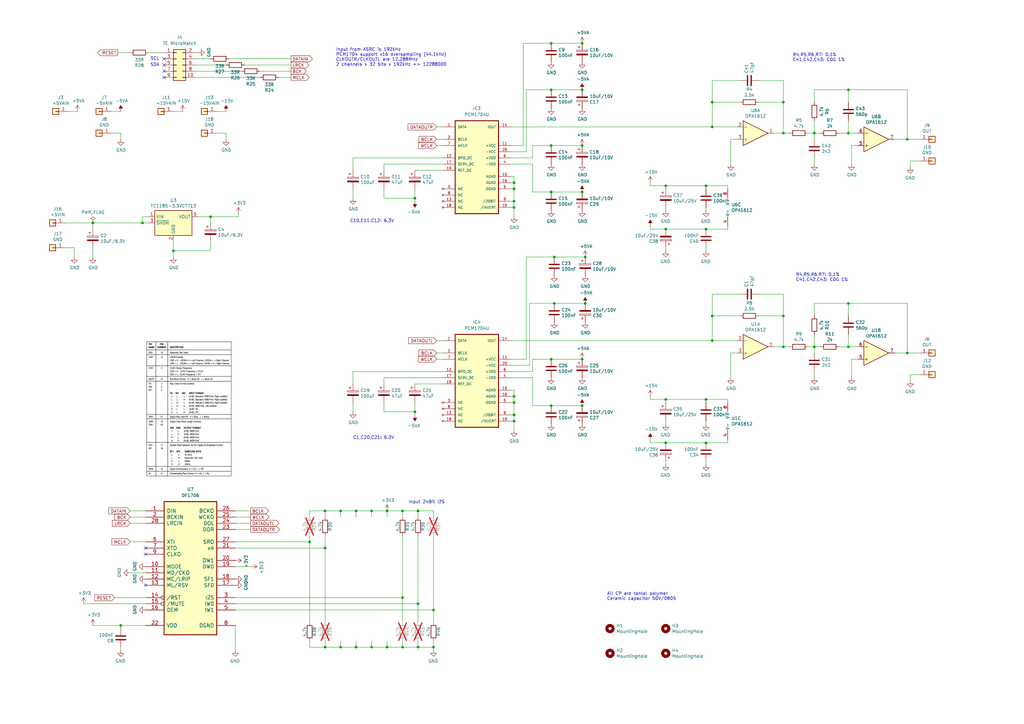
<source format=kicad_sch>
(kicad_sch (version 20250114) (generator "eeschema") (generator_version "9.0")
  (paper "A3")
  (title_block (title "DAC PCM1704 I2S NOS") (date "2025-04-04") (rev "V1"))
  (text "All CP are tantal polymer\nCeramic capacitor 50V/0805" (at 248.92 246.38 0) (effects (font (size 1.27 1.27)) (justify left bottom)))
  (text "R4,R5,R6,R7: 0.1%\nC41,C42,C43: C0G 1%" (at 325.12 25.4 0) (effects (font (size 1.27 1.27)) (justify left bottom)))
  (text "Input 24Bit I2S" (at 175.006 205.994 0) (effects (font (size 1.27 1.27))))
  (text "C1,C20,C21: 6.3V" (at 144.78 180.34 0) (effects (font (size 1.27 1.27)) (justify left bottom)))
  (text "C10,C11,C12: 6.3V" (at 143.51 91.44 0) (effects (font (size 1.27 1.27)) (justify left bottom)))
  (text "R4,R5,R6,R7: 0.1%\nC41,C42,C43: C0G 1%" (at 326.39 115.57 0) (effects (font (size 1.27 1.27)) (justify left bottom)))
  (text "Input from ASRC is 192kHz\nPCM1704 support x16 oversampling (44.1kHz)\nCLKOUTR/CLKOUTL are 12.288MHz\n2 channels x 32 bits x 192kHz => 12288000" (at 137.795 27.305 0) (effects (font (size 1.27 1.27)) (justify left bottom)))
  (text "SCL" (at 63.5 24.13 0) (effects (font (size 1.27 1.27))))
  (text "SDA" (at 63.5 26.67 0) (effects (font (size 1.27 1.27))))
  (junction (at 171.45 247.65))
  (junction (at 372.11 57.15))
  (junction (at 171.45 265.43))
  (junction (at 133.35 224.79))
  (junction (at 210.82 162.56))
  (junction (at 289.56 76.2))
  (junction (at 38.1 91.44))
  (junction (at 210.82 172.72))
  (junction (at 372.11 144.78))
  (junction (at 226.06 59.69))
  (junction (at 273.05 181.61))
  (junction (at 177.8 250.19))
  (junction (at 273.05 76.2))
  (junction (at 165.1 209.55))
  (junction (at 210.82 74.93))
  (junction (at 347.98 36.83))
  (junction (at 227.33 124.46))
  (junction (at 226.06 36.83))
  (junction (at 210.82 85.09))
  (junction (at 238.76 36.83))
  (junction (at 334.01 54.61))
  (junction (at 321.31 142.24))
  (junction (at 127 222.25))
  (junction (at 177.8 265.43))
  (junction (at 49.53 256.54))
  (junction (at 240.03 124.46))
  (junction (at 226.06 147.32))
  (junction (at 139.7 265.43))
  (junction (at 86.36 88.9))
  (junction (at 347.98 124.46))
  (junction (at 238.76 166.37))
  (junction (at 146.05 265.43))
  (junction (at 170.18 168.91))
  (junction (at 292.1 129.54))
  (junction (at 171.45 209.55))
  (junction (at 58.42 91.44))
  (junction (at 240.03 105.41))
  (junction (at 165.1 245.11))
  (junction (at 321.31 54.61))
  (junction (at 334.01 142.24))
  (junction (at 238.76 78.74))
  (junction (at 71.12 102.87))
  (junction (at 238.76 17.78))
  (junction (at 158.75 209.55))
  (junction (at 238.76 59.69))
  (junction (at 133.35 265.43))
  (junction (at 152.4 265.43))
  (junction (at 273.05 93.98))
  (junction (at 165.1 265.43))
  (junction (at 226.06 166.37))
  (junction (at 133.35 209.55))
  (junction (at 170.18 81.28))
  (junction (at 210.82 165.1))
  (junction (at 158.75 265.43))
  (junction (at 210.82 82.55))
  (junction (at 210.82 170.18))
  (junction (at 227.33 105.41))
  (junction (at 292.1 139.7))
  (junction (at 273.05 163.83))
  (junction (at 238.76 147.32))
  (junction (at 226.06 78.74))
  (junction (at 321.31 129.54))
  (junction (at 292.1 41.91))
  (junction (at 289.56 93.98))
  (junction (at 146.05 209.55))
  (junction (at 210.82 77.47))
  (junction (at 292.1 52.07))
  (junction (at 321.31 41.91))
  (junction (at 139.7 209.55))
  (junction (at 289.56 181.61))
  (junction (at 289.56 163.83))
  (junction (at 347.98 142.24))
  (junction (at 226.06 17.78))
  (junction (at 347.98 54.61))
  (junction (at 152.4 209.55))
  (no_connect (at 67.31 26.67))
  (no_connect (at 59.69 227.33))
  (no_connect (at 67.31 31.75))
  (no_connect (at 67.31 29.21))
  (no_connect (at 59.69 240.03))
  (no_connect (at 67.31 24.13))
  (no_connect (at 59.69 224.79))
  (wire (pts (xy 334.01 144.78) (xy 334.01 142.24)))
  (wire (pts (xy 92.71 45.72) (xy 88.9 45.72)))
  (wire (pts (xy 80.01 21.59) (xy 81.28 21.59)))
  (wire (pts (xy 157.48 69.85) (xy 157.48 67.31)))
  (wire (pts (xy 171.45 262.89) (xy 171.45 265.43)))
  (wire (pts (xy 218.44 154.94) (xy 218.44 166.37)))
  (wire (pts (xy 210.82 162.56) (xy 210.82 160.02)))
  (wire (pts (xy 86.36 91.44) (xy 86.36 88.9)))
  (wire (pts (xy 171.45 247.65) (xy 171.45 219.71)))
  (wire (pts (xy 31.75 45.72) (xy 27.94 45.72)))
  (wire (pts (xy 210.82 72.39) (xy 209.55 72.39)))
  (wire (pts (xy 214.63 17.78) (xy 214.63 59.69)))
  (wire (pts (xy 46.99 245.11) (xy 59.69 245.11)))
  (wire (pts (xy 170.18 168.91) (xy 170.18 165.1)))
  (wire (pts (xy 209.55 62.23) (xy 215.9 62.23)))
  (wire (pts (xy 209.55 52.07) (xy 292.1 52.07)))
  (wire (pts (xy 218.44 147.32) (xy 226.06 147.32)))
  (wire (pts (xy 336.55 54.61) (xy 334.01 54.61)))
  (wire (pts (xy 210.82 77.47) (xy 210.82 74.93)))
  (wire (pts (xy 179.07 59.69) (xy 181.61 59.69)))
  (wire (pts (xy 157.48 67.31) (xy 181.61 67.31)))
  (wire (pts (xy 273.05 93.98) (xy 266.7 93.98)))
  (wire (pts (xy 334.01 57.15) (xy 334.01 54.61)))
  (wire (pts (xy 214.63 17.78) (xy 226.06 17.78)))
  (wire (pts (xy 209.55 82.55) (xy 210.82 82.55)))
  (wire (pts (xy 209.55 172.72) (xy 210.82 172.72)))
  (wire (pts (xy 170.18 82.55) (xy 170.18 81.28)))
  (wire (pts (xy 209.55 149.86) (xy 217.17 149.86)))
  (wire (pts (xy 218.44 59.69) (xy 226.06 59.69)))
  (wire (pts (xy 298.45 180.34) (xy 298.45 181.61)))
  (wire (pts (xy 49.53 256.54) (xy 49.53 257.81)))
  (wire (pts (xy 127 212.09) (xy 127 209.55)))
  (wire (pts (xy 292.1 52.07) (xy 292.1 41.91)))
  (wire (pts (xy 273.05 76.2) (xy 266.7 76.2)))
  (wire (pts (xy 93.98 24.13) (xy 119.38 24.13)))
  (wire (pts (xy 273.05 181.61) (xy 266.7 181.61)))
  (wire (pts (xy 177.8 250.19) (xy 177.8 219.71)))
  (wire (pts (xy 273.05 163.83) (xy 273.05 165.1)))
  (wire (pts (xy 336.55 142.24) (xy 334.01 142.24)))
  (wire (pts (xy 226.06 36.83) (xy 238.76 36.83)))
  (wire (pts (xy 298.45 92.71) (xy 298.45 93.98)))
  (wire (pts (xy 373.38 156.21) (xy 373.38 153.67)))
  (wire (pts (xy 321.31 41.91) (xy 321.31 33.02)))
  (wire (pts (xy 165.1 265.43) (xy 171.45 265.43)))
  (wire (pts (xy 299.72 67.31) (xy 299.72 57.15)))
  (wire (pts (xy 157.48 168.91) (xy 170.18 168.91)))
  (wire (pts (xy 289.56 86.36) (xy 289.56 85.09)))
  (wire (pts (xy 96.52 217.17) (xy 102.87 217.17)))
  (wire (pts (xy 170.18 81.28) (xy 170.18 77.47)))
  (wire (pts (xy 289.56 190.5) (xy 289.56 189.23)))
  (wire (pts (xy 177.8 209.55) (xy 171.45 209.55)))
  (wire (pts (xy 214.63 59.69) (xy 209.55 59.69)))
  (wire (pts (xy 96.52 245.11) (xy 165.1 245.11)))
  (wire (pts (xy 210.82 82.55) (xy 210.82 85.09)))
  (wire (pts (xy 146.05 265.43) (xy 152.4 265.43)))
  (wire (pts (xy 181.61 69.85) (xy 170.18 69.85)))
  (wire (pts (xy 210.82 160.02) (xy 209.55 160.02)))
  (wire (pts (xy 96.52 232.41) (xy 102.87 232.41)))
  (wire (pts (xy 347.98 137.16) (xy 347.98 142.24)))
  (wire (pts (xy 30.48 101.6) (xy 26.67 101.6)))
  (wire (pts (xy 38.1 256.54) (xy 49.53 256.54)))
  (wire (pts (xy 127 265.43) (xy 133.35 265.43)))
  (wire (pts (xy 96.52 250.19) (xy 177.8 250.19)))
  (wire (pts (xy 372.11 36.83) (xy 372.11 57.15)))
  (wire (pts (xy 210.82 172.72) (xy 210.82 176.53)))
  (wire (pts (xy 152.4 209.55) (xy 152.4 212.09)))
  (wire (pts (xy 179.07 144.78) (xy 181.61 144.78)))
  (wire (pts (xy 96.52 247.65) (xy 171.45 247.65)))
  (wire (pts (xy 302.26 139.7) (xy 292.1 139.7)))
  (wire (pts (xy 321.31 54.61) (xy 317.5 54.61)))
  (wire (pts (xy 171.45 265.43) (xy 177.8 265.43)))
  (wire (pts (xy 177.8 265.43) (xy 177.8 266.7)))
  (wire (pts (xy 210.82 77.47) (xy 209.55 77.47)))
  (wire (pts (xy 334.01 154.94) (xy 334.01 152.4)))
  (wire (pts (xy 127 222.25) (xy 127 219.71)))
  (wire (pts (xy 181.61 152.4) (xy 144.78 152.4)))
  (wire (pts (xy 97.79 88.9) (xy 97.79 87.63)))
  (wire (pts (xy 218.44 152.4) (xy 218.44 147.32)))
  (wire (pts (xy 81.28 88.9) (xy 86.36 88.9)))
  (wire (pts (xy 209.55 170.18) (xy 210.82 170.18)))
  (wire (pts (xy 152.4 265.43) (xy 158.75 265.43)))
  (wire (pts (xy 165.1 212.09) (xy 165.1 209.55)))
  (wire (pts (xy 53.34 212.09) (xy 59.69 212.09)))
  (wire (pts (xy 74.93 45.72) (xy 71.12 45.72)))
  (wire (pts (xy 157.48 77.47) (xy 157.48 81.28)))
  (wire (pts (xy 209.55 64.77) (xy 218.44 64.77)))
  (wire (pts (xy 321.31 41.91) (xy 321.31 54.61)))
  (wire (pts (xy 133.35 224.79) (xy 133.35 219.71)))
  (wire (pts (xy 58.42 91.44) (xy 58.42 88.9)))
  (wire (pts (xy 303.53 33.02) (xy 292.1 33.02)))
  (wire (pts (xy 71.12 102.87) (xy 71.12 99.06)))
  (wire (pts (xy 26.67 91.44) (xy 38.1 91.44)))
  (wire (pts (xy 171.45 247.65) (xy 171.45 255.27)))
  (wire (pts (xy 273.05 190.5) (xy 273.05 189.23)))
  (wire (pts (xy 226.06 147.32) (xy 238.76 147.32)))
  (wire (pts (xy 303.53 120.65) (xy 292.1 120.65)))
  (wire (pts (xy 298.45 163.83) (xy 289.56 163.83)))
  (wire (pts (xy 347.98 41.91) (xy 347.98 36.83)))
  (wire (pts (xy 321.31 142.24) (xy 317.5 142.24)))
  (wire (pts (xy 334.01 41.91) (xy 334.01 36.83)))
  (wire (pts (xy 139.7 209.55) (xy 146.05 209.55)))
  (wire (pts (xy 347.98 36.83) (xy 372.11 36.83)))
  (wire (pts (xy 209.55 85.09) (xy 210.82 85.09)))
  (wire (pts (xy 289.56 163.83) (xy 289.56 165.1)))
  (wire (pts (xy 133.35 265.43) (xy 139.7 265.43)))
  (wire (pts (xy 334.01 54.61) (xy 331.47 54.61)))
  (wire (pts (xy 298.45 93.98) (xy 289.56 93.98)))
  (wire (pts (xy 210.82 162.56) (xy 209.55 162.56)))
  (wire (pts (xy 215.9 105.41) (xy 227.33 105.41)))
  (wire (pts (xy 114.3 31.75) (xy 119.38 31.75)))
  (wire (pts (xy 165.1 262.89) (xy 165.1 265.43)))
  (wire (pts (xy 177.8 250.19) (xy 177.8 255.27)))
  (wire (pts (xy 96.52 256.54) (xy 96.52 266.7)))
  (wire (pts (xy 266.7 163.83) (xy 266.7 162.56)))
  (wire (pts (xy 80.01 26.67) (xy 92.71 26.67)))
  (wire (pts (xy 53.34 209.55) (xy 59.69 209.55)))
  (wire (pts (xy 227.33 105.41) (xy 240.03 105.41)))
  (wire (pts (xy 177.8 265.43) (xy 177.8 262.89)))
  (wire (pts (xy 158.75 262.89) (xy 158.75 265.43)))
  (wire (pts (xy 127 209.55) (xy 133.35 209.55)))
  (wire (pts (xy 34.29 247.65) (xy 59.69 247.65)))
  (wire (pts (xy 299.72 57.15) (xy 302.26 57.15)))
  (wire (pts (xy 96.52 212.09) (xy 102.87 212.09)))
  (wire (pts (xy 71.12 105.41) (xy 71.12 102.87)))
  (wire (pts (xy 158.75 265.43) (xy 165.1 265.43)))
  (wire (pts (xy 347.98 54.61) (xy 344.17 54.61)))
  (wire (pts (xy 60.96 91.44) (xy 58.42 91.44)))
  (wire (pts (xy 311.15 41.91) (xy 321.31 41.91)))
  (wire (pts (xy 49.53 265.43) (xy 49.53 266.7)))
  (wire (pts (xy 218.44 78.74) (xy 226.06 78.74)))
  (wire (pts (xy 144.78 168.91) (xy 144.78 165.1)))
  (wire (pts (xy 157.48 154.94) (xy 181.61 154.94)))
  (wire (pts (xy 209.55 147.32) (xy 215.9 147.32)))
  (wire (pts (xy 157.48 157.48) (xy 157.48 154.94)))
  (wire (pts (xy 323.85 54.61) (xy 321.31 54.61)))
  (wire (pts (xy 144.78 64.77) (xy 144.78 69.85)))
  (wire (pts (xy 372.11 57.15) (xy 367.03 57.15)))
  (wire (pts (xy 226.06 166.37) (xy 238.76 166.37)))
  (wire (pts (xy 38.1 93.98) (xy 38.1 91.44)))
  (wire (pts (xy 349.25 154.94) (xy 349.25 147.32)))
  (wire (pts (xy 292.1 33.02) (xy 292.1 41.91)))
  (wire (pts (xy 321.31 129.54) (xy 321.31 142.24)))
  (wire (pts (xy 179.07 52.07) (xy 181.61 52.07)))
  (wire (pts (xy 292.1 139.7) (xy 292.1 129.54)))
  (wire (pts (xy 152.4 209.55) (xy 158.75 209.55)))
  (wire (pts (xy 292.1 129.54) (xy 303.53 129.54)))
  (wire (pts (xy 298.45 77.47) (xy 298.45 76.2)))
  (wire (pts (xy 210.82 170.18) (xy 210.82 172.72)))
  (wire (pts (xy 218.44 166.37) (xy 226.06 166.37)))
  (wire (pts (xy 334.01 54.61) (xy 334.01 49.53)))
  (wire (pts (xy 92.71 54.61) (xy 88.9 54.61)))
  (wire (pts (xy 127 222.25) (xy 127 255.27)))
  (wire (pts (xy 266.7 76.2) (xy 266.7 74.93)))
  (wire (pts (xy 210.82 165.1) (xy 209.55 165.1)))
  (wire (pts (xy 58.42 88.9) (xy 60.96 88.9)))
  (wire (pts (xy 347.98 142.24) (xy 344.17 142.24)))
  (wire (pts (xy 179.07 139.7) (xy 181.61 139.7)))
  (wire (pts (xy 96.52 209.55) (xy 102.87 209.55)))
  (wire (pts (xy 96.52 214.63) (xy 102.87 214.63)))
  (wire (pts (xy 86.36 24.13) (xy 80.01 24.13)))
  (wire (pts (xy 226.06 78.74) (xy 238.76 78.74)))
  (wire (pts (xy 158.75 209.55) (xy 158.75 212.09)))
  (wire (pts (xy 321.31 129.54) (xy 321.31 120.65)))
  (wire (pts (xy 127 262.89) (xy 127 265.43)))
  (wire (pts (xy 146.05 262.89) (xy 146.05 265.43)))
  (wire (pts (xy 139.7 262.89) (xy 139.7 265.43)))
  (wire (pts (xy 177.8 212.09) (xy 177.8 209.55)))
  (wire (pts (xy 86.36 102.87) (xy 86.36 99.06)))
  (wire (pts (xy 139.7 265.43) (xy 146.05 265.43)))
  (wire (pts (xy 133.35 262.89) (xy 133.35 265.43)))
  (wire (pts (xy 179.07 57.15) (xy 181.61 57.15)))
  (wire (pts (xy 289.56 76.2) (xy 289.56 77.47)))
  (wire (pts (xy 289.56 163.83) (xy 273.05 163.83)))
  (wire (pts (xy 347.98 124.46) (xy 372.11 124.46)))
  (wire (pts (xy 334.01 36.83) (xy 347.98 36.83)))
  (wire (pts (xy 289.56 173.99) (xy 289.56 172.72)))
  (wire (pts (xy 165.1 245.11) (xy 165.1 219.71)))
  (wire (pts (xy 334.01 124.46) (xy 347.98 124.46)))
  (wire (pts (xy 218.44 78.74) (xy 218.44 67.31)))
  (wire (pts (xy 226.06 17.78) (xy 238.76 17.78)))
  (wire (pts (xy 289.56 181.61) (xy 273.05 181.61)))
  (wire (pts (xy 218.44 67.31) (xy 209.55 67.31)))
  (wire (pts (xy 334.01 67.31) (xy 334.01 64.77)))
  (wire (pts (xy 144.78 152.4) (xy 144.78 157.48)))
  (wire (pts (xy 49.53 54.61) (xy 45.72 54.61)))
  (wire (pts (xy 170.18 170.18) (xy 170.18 168.91)))
  (wire (pts (xy 49.53 57.15) (xy 49.53 54.61)))
  (wire (pts (xy 100.33 26.67) (xy 119.38 26.67)))
  (wire (pts (xy 299.72 144.78) (xy 302.26 144.78)))
  (wire (pts (xy 349.25 67.31) (xy 349.25 59.69)))
  (wire (pts (xy 321.31 120.65) (xy 311.15 120.65)))
  (wire (pts (xy 334.01 142.24) (xy 334.01 137.16)))
  (wire (pts (xy 321.31 33.02) (xy 311.15 33.02)))
  (wire (pts (xy 289.56 93.98) (xy 273.05 93.98)))
  (wire (pts (xy 49.53 45.72) (xy 45.72 45.72)))
  (wire (pts (xy 298.45 181.61) (xy 289.56 181.61)))
  (wire (pts (xy 171.45 209.55) (xy 165.1 209.55)))
  (wire (pts (xy 210.82 85.09) (xy 210.82 88.9)))
  (wire (pts (xy 273.05 86.36) (xy 273.05 85.09)))
  (wire (pts (xy 349.25 147.32) (xy 351.79 147.32)))
  (wire (pts (xy 227.33 124.46) (xy 240.03 124.46)))
  (wire (pts (xy 298.45 76.2) (xy 289.56 76.2)))
  (wire (pts (xy 217.17 149.86) (xy 217.17 124.46)))
  (wire (pts (xy 372.11 144.78) (xy 367.03 144.78)))
  (wire (pts (xy 372.11 124.46) (xy 372.11 144.78)))
  (wire (pts (xy 144.78 81.28) (xy 144.78 77.47)))
  (wire (pts (xy 179.07 147.32) (xy 181.61 147.32)))
  (wire (pts (xy 86.36 88.9) (xy 97.79 88.9)))
  (wire (pts (xy 334.01 142.24) (xy 331.47 142.24)))
  (wire (pts (xy 209.55 152.4) (xy 218.44 152.4)))
  (wire (pts (xy 60.96 21.59) (xy 67.31 21.59)))
  (wire (pts (xy 351.79 54.61) (xy 347.98 54.61)))
  (wire (pts (xy 146.05 209.55) (xy 152.4 209.55)))
  (wire (pts (xy 273.05 102.87) (xy 273.05 101.6)))
  (wire (pts (xy 53.34 234.95) (xy 59.69 234.95)))
  (wire (pts (xy 157.48 165.1) (xy 157.48 168.91)))
  (wire (pts (xy 347.98 129.54) (xy 347.98 124.46)))
  (wire (pts (xy 302.26 52.07) (xy 292.1 52.07)))
  (wire (pts (xy 210.82 77.47) (xy 210.82 82.55)))
  (wire (pts (xy 38.1 105.41) (xy 38.1 101.6)))
  (wire (pts (xy 215.9 62.23) (xy 215.9 36.83)))
  (wire (pts (xy 133.35 209.55) (xy 139.7 209.55)))
  (wire (pts (xy 289.56 76.2) (xy 273.05 76.2)))
  (wire (pts (xy 30.48 101.6) (xy 30.48 105.41)))
  (wire (pts (xy 373.38 68.58) (xy 373.38 66.04)))
  (wire (pts (xy 71.12 102.87) (xy 86.36 102.87)))
  (wire (pts (xy 218.44 64.77) (xy 218.44 59.69)))
  (wire (pts (xy 139.7 209.55) (xy 139.7 212.09)))
  (wire (pts (xy 53.34 214.63) (xy 59.69 214.63)))
  (wire (pts (xy 106.68 29.21) (xy 119.38 29.21)))
  (wire (pts (xy 273.05 173.99) (xy 273.05 172.72)))
  (wire (pts (xy 38.1 91.44) (xy 58.42 91.44)))
  (wire (pts (xy 210.82 165.1) (xy 210.82 162.56)))
  (wire (pts (xy 377.19 144.78) (xy 372.11 144.78)))
  (wire (pts (xy 292.1 41.91) (xy 303.53 41.91)))
  (wire (pts (xy 289.56 102.87) (xy 289.56 101.6)))
  (wire (pts (xy 311.15 129.54) (xy 321.31 129.54)))
  (wire (pts (xy 53.34 222.25) (xy 59.69 222.25)))
  (wire (pts (xy 133.35 209.55) (xy 133.35 212.09)))
  (wire (pts (xy 273.05 76.2) (xy 273.05 77.47)))
  (wire (pts (xy 347.98 49.53) (xy 347.98 54.61)))
  (wire (pts (xy 181.61 64.77) (xy 144.78 64.77)))
  (wire (pts (xy 266.7 93.98) (xy 266.7 92.71)))
  (wire (pts (xy 373.38 153.67) (xy 377.19 153.67)))
  (wire (pts (xy 157.48 81.28) (xy 170.18 81.28)))
  (wire (pts (xy 217.17 124.46) (xy 227.33 124.46)))
  (wire (pts (xy 226.06 59.69) (xy 238.76 59.69)))
  (wire (pts (xy 292.1 120.65) (xy 292.1 129.54)))
  (wire (pts (xy 210.82 165.1) (xy 210.82 170.18)))
  (wire (pts (xy 377.19 57.15) (xy 372.11 57.15)))
  (wire (pts (xy 92.71 57.15) (xy 92.71 54.61)))
  (wire (pts (xy 209.55 154.94) (xy 218.44 154.94)))
  (wire (pts (xy 133.35 224.79) (xy 133.35 255.27)))
  (wire (pts (xy 351.79 142.24) (xy 347.98 142.24)))
  (wire (pts (xy 96.52 222.25) (xy 127 222.25)))
  (wire (pts (xy 80.01 29.21) (xy 99.06 29.21)))
  (wire (pts (xy 146.05 209.55) (xy 146.05 212.09)))
  (wire (pts (xy 273.05 163.83) (xy 266.7 163.83)))
  (wire (pts (xy 96.52 224.79) (xy 133.35 224.79)))
  (wire (pts (xy 171.45 212.09) (xy 171.45 209.55)))
  (wire (pts (xy 48.26 21.59) (xy 53.34 21.59)))
  (wire (pts (xy 334.01 129.54) (xy 334.01 124.46)))
  (wire (pts (xy 215.9 147.32) (xy 215.9 105.41)))
  (wire (pts (xy 299.72 154.94) (xy 299.72 144.78)))
  (wire (pts (xy 373.38 66.04) (xy 377.19 66.04)))
  (wire (pts (xy 266.7 181.61) (xy 266.7 180.34)))
  (wire (pts (xy 49.53 256.54) (xy 59.69 256.54)))
  (wire (pts (xy 165.1 209.55) (xy 158.75 209.55)))
  (wire (pts (xy 210.82 74.93) (xy 209.55 74.93)))
  (wire (pts (xy 165.1 245.11) (xy 165.1 255.27)))
  (wire (pts (xy 152.4 262.89) (xy 152.4 265.43)))
  (wire (pts (xy 210.82 74.93) (xy 210.82 72.39)))
  (wire (pts (xy 80.01 31.75) (xy 106.68 31.75)))
  (wire (pts (xy 298.45 165.1) (xy 298.45 163.83)))
  (wire (pts (xy 323.85 142.24) (xy 321.31 142.24)))
  (wire (pts (xy 349.25 59.69) (xy 351.79 59.69)))
  (wire (pts (xy 215.9 36.83) (xy 226.06 36.83)))
  (wire (pts (xy 181.61 157.48) (xy 170.18 157.48)))
  (wire (pts (xy 209.55 139.7) (xy 292.1 139.7)))
  (image (at 77.47 167.64) (scale 0.628831))
  (global_label "WCLK" (shape input) (at 179.07 59.69 180) (property "Intersheetrefs" "${INTERSHEET_REFS}" (effects (hide yes))))
  (global_label "BCK" (shape input) (at 53.34 212.09 180) (property "Intersheetrefs" "${INTERSHEET_REFS}" (effects (hide yes))))
  (global_label "BCLK" (shape input) (at 179.07 144.78 180) (property "Intersheetrefs" "${INTERSHEET_REFS}" (effects (hide yes))))
  (global_label "WCLK" (shape output) (at 102.87 212.09 0) (property "Intersheetrefs" "${INTERSHEET_REFS}" (effects (hide yes))))
  (global_label "DATAOUTR" (shape input) (at 179.07 52.07 180) (property "Intersheetrefs" "${INTERSHEET_REFS}" (effects (hide yes))))
  (global_label "LRCK" (shape input) (at 53.34 214.63 180) (property "Intersheetrefs" "${INTERSHEET_REFS}" (effects (hide yes))))
  (global_label "WCLK" (shape input) (at 179.07 147.32 180) (property "Intersheetrefs" "${INTERSHEET_REFS}" (effects (hide yes))))
  (global_label "LRCK" (shape output) (at 119.38 26.67 0) (property "Intersheetrefs" "${INTERSHEET_REFS}" (effects (hide yes))))
  (global_label "RESET" (shape output) (at 48.26 21.59 180) (property "Intersheetrefs" "${INTERSHEET_REFS}" (effects (hide yes))))
  (global_label "BCLK" (shape input) (at 179.07 57.15 180) (property "Intersheetrefs" "${INTERSHEET_REFS}" (effects (hide yes))))
  (global_label "DATAIN" (shape output) (at 119.38 24.13 0) (property "Intersheetrefs" "${INTERSHEET_REFS}" (effects (hide yes))))
  (global_label "MCLK" (shape input) (at 53.34 222.25 180) (property "Intersheetrefs" "${INTERSHEET_REFS}" (effects (hide yes))))
  (global_label "BCLK" (shape output) (at 102.87 209.55 0) (property "Intersheetrefs" "${INTERSHEET_REFS}" (effects (hide yes))))
  (global_label "RESET" (shape input) (at 46.99 245.11 180) (property "Intersheetrefs" "${INTERSHEET_REFS}" (effects (hide yes))))
  (global_label "DATAIN" (shape input) (at 53.34 209.55 180) (property "Intersheetrefs" "${INTERSHEET_REFS}" (effects (hide yes))))
  (global_label "BCK" (shape output) (at 119.38 29.21 0) (property "Intersheetrefs" "${INTERSHEET_REFS}" (effects (hide yes))))
  (global_label "DATAOUTL" (shape input) (at 179.07 139.7 180) (property "Intersheetrefs" "${INTERSHEET_REFS}" (effects (hide yes))))
  (global_label "MCLK" (shape output) (at 119.38 31.75 0) (property "Intersheetrefs" "${INTERSHEET_REFS}" (effects (hide yes))))
  (global_label "DATAOUTL" (shape output) (at 102.87 214.63 0) (property "Intersheetrefs" "${INTERSHEET_REFS}" (effects (hide yes))))
  (global_label "DATAOUTR" (shape output) (at 102.87 217.17 0) (property "Intersheetrefs" "${INTERSHEET_REFS}" (effects (hide yes))))
  (symbol (lib_id "Mechanical:MountingHole") (at 250.19 257.81 0) (unit 1)
    (property "Reference" "H1" (at 252.73 256.6416 0) (effects (justify left)))
    (property "Value" "MountingHole" (at 252.73 258.953 0) (effects (justify left)))
    (property "Footprint" "MountingHole:MountingHole_3.2mm_M3" (effects (hide yes)))
  )
  (symbol (lib_id "Mechanical:MountingHole") (at 273.05 257.81 0) (unit 1)
    (property "Reference" "H3" (at 275.59 256.6416 0) (effects (justify left)))
    (property "Value" "MountingHole" (at 275.59 258.953 0) (effects (justify left)))
    (property "Footprint" "MountingHole:MountingHole_3.2mm_M3" (effects (hide yes)))
  )
  (symbol (lib_id "Mechanical:MountingHole") (at 250.19 267.97 0) (unit 1)
    (property "Reference" "H2" (at 252.73 266.8016 0) (effects (justify left)))
    (property "Value" "MountingHole" (at 252.73 269.113 0) (effects (justify left)))
    (property "Footprint" "MountingHole:MountingHole_3.2mm_M3" (effects (hide yes)))
  )
  (symbol (lib_id "Mechanical:MountingHole") (at 273.05 267.97 0) (unit 1)
    (property "Reference" "H4" (at 275.59 266.8016 0) (effects (justify left)))
    (property "Value" "MountingHole" (at 275.59 269.113 0) (effects (justify left)))
    (property "Footprint" "MountingHole:MountingHole_3.2mm_M3" (effects (hide yes)))
  )
  (symbol (lib_id "power:PWR_FLAG") (at 38.1 91.44 0) (unit 1)
    (property "Reference" "#FLG0102" (effects (hide yes)))
    (property "Value" "PWR_FLAG" (at 38.1 87.0458 0))
  )
  (symbol (lib_id "Regulator_Linear:TC1017-xCT") (at 71.12 91.44 0) (unit 1)
    (property "Reference" "U3" (at 71.12 82.1182 0))
    (property "Value" "TC1185-3.3VCT713" (at 71.12 84.4296 0))
    (property "Footprint" "Package_TO_SOT_SMD:SOT-23-5" (effects (hide yes)))
    (property "Datasheet" "http://ww1.microchip.com/downloads/en/DeviceDoc/21813F.pdf" (effects (hide yes)))
  )
  (symbol (lib_id "dac-i2s-nos-rescue:CP-Device") (at 38.1 97.79 0) (unit 1)
    (property "Reference" "C2" (at 41.0972 96.6216 0) (effects (justify left)))
    (property "Value" "10uF/6.3V" (at 41.0972 98.933 0) (effects (justify left)))
    (property "Footprint" "Capacitor_SMD:C_0805_2012Metric_Pad1.18x1.45mm_HandSolder" (effects (hide yes)))
  )
  (symbol (lib_id "dac-i2s-nos-rescue:CP-Device") (at 170.18 73.66 0) (unit 1)
    (property "Reference" "C12" (at 173.1772 72.4916 0) (effects (justify left)))
    (property "Value" "47uF" (at 173.1772 74.803 0) (effects (justify left)))
    (property "Footprint" "Capacitor_SMD:C_1206_3216Metric_Pad1.33x1.80mm_HandSolder" (effects (hide yes)))
  )
  (symbol (lib_id "dac-i2s-nos-rescue:CP-Device") (at 157.48 73.66 0) (unit 1)
    (property "Reference" "C11" (at 160.4772 72.4916 0) (effects (justify left)))
    (property "Value" "47uF" (at 160.4772 74.803 0) (effects (justify left)))
    (property "Footprint" "Capacitor_SMD:C_1206_3216Metric_Pad1.33x1.80mm_HandSolder" (effects (hide yes)))
  )
  (symbol (lib_id "dac-i2s-nos-rescue:CP-Device") (at 144.78 73.66 0) (unit 1)
    (property "Reference" "C10" (at 147.7772 72.4916 0) (effects (justify left)))
    (property "Value" "100uF" (at 147.7772 74.803 0) (effects (justify left)))
    (property "Footprint" "Capacitor_SMD:C_1206_3216Metric_Pad1.33x1.80mm_HandSolder" (effects (hide yes)))
  )
  (symbol (lib_id "power:GND") (at 210.82 88.9 0) (unit 1)
    (property "Reference" "#PWR0125" (effects (hide yes)))
    (property "Value" "GND" (at 210.947 93.2942 0))
  )
  (symbol (lib_id "dac-i2s-nos-rescue:CP-Device") (at 86.36 95.25 0) (unit 1)
    (property "Reference" "C4" (at 89.3572 94.0816 0) (effects (justify left)))
    (property "Value" "10uF{slash}6.3V" (at 89.3572 96.393 0) (effects (justify left)))
    (property "Footprint" "Capacitor_SMD:C_0805_2012Metric_Pad1.18x1.45mm_HandSolder" (effects (hide yes)))
  )
  (symbol (lib_id "power:GND") (at 71.12 105.41 0) (unit 1)
    (property "Reference" "#PWR0102" (effects (hide yes)))
    (property "Value" "GND" (at 71.247 109.8042 0))
  )
  (symbol (lib_id "power:-5VA") (at 170.18 82.55 180) (unit 1)
    (property "Reference" "#PWR0132" (effects (hide yes)))
    (property "Value" "-5VA" (at 169.799 86.9442 0))
  )
  (symbol (lib_id "dac-i2s-nos-rescue:CP-Device") (at 273.05 168.91 0) (unit 1)
    (property "Reference" "C35" (at 276.0472 167.7416 0) (effects (justify left)))
    (property "Value" "10uF/25V" (at 276.0472 170.053 0) (effects (justify left)))
    (property "Footprint" "Capacitor_SMD:C_1206_3216Metric_Pad1.33x1.80mm_HandSolder" (effects (hide yes)))
    (property "Datasheet" "https://www.digikey.ch/product-detail/de/TCJB106M025R0100/478-8057-1-ND/3900673" (effects (hide yes)))
  )
  (symbol (lib_id "dac-i2s-nos-rescue:CP-Device") (at 273.05 185.42 180) (unit 1)
    (property "Reference" "C36" (at 270.0528 186.5884 0) (effects (justify left)))
    (property "Value" "10uF/25V" (at 270.0528 184.277 0) (effects (justify left)))
    (property "Footprint" "Capacitor_SMD:C_1206_3216Metric_Pad1.33x1.80mm_HandSolder" (effects (hide yes)))
  )
  (symbol (lib_id "Device:C") (at 289.56 168.91 0) (unit 1)
    (property "Reference" "C33" (at 292.481 167.7416 0) (effects (justify left)))
    (property "Value" "100nF" (at 292.481 170.053 0) (effects (justify left)))
    (property "Footprint" "Capacitor_SMD:C_0805_2012Metric_Pad1.18x1.45mm_HandSolder" (effects (hide yes)))
  )
  (symbol (lib_id "Device:C") (at 289.56 185.42 180) (unit 1)
    (property "Reference" "C34" (at 286.639 186.5884 0) (effects (justify left)))
    (property "Value" "100nF" (at 286.639 184.277 0) (effects (justify left)))
    (property "Footprint" "Capacitor_SMD:C_0805_2012Metric_Pad1.18x1.45mm_HandSolder" (effects (hide yes)))
  )
  (symbol (lib_id "Amplifier_Operational:OPA1678") (at 309.88 142.24 0) (mirror x) (unit 1)
    (property "Reference" "U1" (at 309.88 132.9182 0))
    (property "Value" "OPA1612" (at 309.88 135.2296 0))
    (property "Footprint" "Package_SO:SOIC-8_3.9x4.9mm_P1.27mm" (effects (hide yes)))
    (property "Datasheet" "https://www.digikey.ch/product-detail/de/texas-instruments/OPA1612AIDR/296-39098-1-ND/5143116" (effects (hide yes)))
  )
  (symbol (lib_id "Amplifier_Operational:OPA1678") (at 300.99 172.72 0) (unit 3)
    (property "Reference" "U1" (at 299.9232 171.5516 0) (effects (justify left)))
    (property "Value" "OPA1612" (at 299.9232 173.863 0) (effects (justify left)))
    (property "Datasheet" "http://www.ti.com/lit/ds/symlink/opa1678.pdf" (effects (hide yes)))
  )
  (symbol (lib_id "power:+3.3V") (at 97.79 87.63 0) (unit 1)
    (property "Reference" "#PWR0105" (effects (hide yes)))
    (property "Value" "+3V3" (at 98.171 83.2358 0))
  )
  (symbol (lib_id "power:GND") (at 144.78 81.28 0) (unit 1)
    (property "Reference" "#PWR0133" (effects (hide yes)))
    (property "Value" "GND" (at 144.907 85.6742 0))
  )
  (symbol (lib_id "Device:R") (at 307.34 129.54 270) (unit 1)
    (property "Reference" "R8" (at 307.34 124.2822 90))
    (property "Value" "2.5k" (at 307.34 126.5936 90))
    (property "Footprint" "Resistor_SMD:R_0805_2012Metric_Pad1.20x1.40mm_HandSolder" (effects (hide yes)))
  )
  (symbol (lib_id "power:GND") (at 38.1 105.41 0) (unit 1)
    (property "Reference" "#PWR0101" (effects (hide yes)))
    (property "Value" "GND" (at 38.227 109.8042 0))
  )
  (symbol (lib_id "Connector_Generic:Conn_01x01") (at 22.86 45.72 180) (unit 1)
    (property "Reference" "J3" (at 24.9428 40.005 0))
    (property "Value" "+5VAIN" (at 24.9428 42.3164 0))
    (property "Footprint" "Connector_Pin:Pin_D1.0mm_L10.0mm" (effects (hide yes)))
  )
  (symbol (lib_id "Device:C") (at 307.34 120.65 90) (unit 1)
    (property "Reference" "C1" (at 306.1716 117.729 0) (effects (justify left)))
    (property "Value" "47pF" (at 308.483 117.729 0) (effects (justify left)))
    (property "Footprint" "Capacitor_SMD:C_0805_2012Metric_Pad1.18x1.45mm_HandSolder" (effects (hide yes)))
  )
  (symbol (lib_id "Device:R") (at 327.66 142.24 270) (unit 1)
    (property "Reference" "R9" (at 327.66 136.9822 90))
    (property "Value" "4.7k" (at 327.66 139.2936 90))
    (property "Footprint" "Resistor_SMD:R_0805_2012Metric_Pad1.20x1.40mm_HandSolder" (effects (hide yes)))
  )
  (symbol (lib_id "Device:C") (at 334.01 148.59 0) (unit 1)
    (property "Reference" "C31" (at 336.931 147.4216 0) (effects (justify left)))
    (property "Value" "2n2" (at 336.931 149.733 0) (effects (justify left)))
    (property "Footprint" "Capacitor_SMD:C_0805_2012Metric_Pad1.18x1.45mm_HandSolder" (effects (hide yes)))
  )
  (symbol (lib_id "Amplifier_Operational:OPA1678") (at 359.41 144.78 0) (mirror x) (unit 2)
    (property "Reference" "U1" (at 359.41 135.4582 0))
    (property "Value" "OPA1612" (at 359.41 137.7696 0))
    (property "Footprint" "Package_SO:SOIC-8_3.9x4.9mm_P1.27mm" (effects (hide yes)))
    (property "Datasheet" "https://www.digikey.ch/product-detail/de/texas-instruments/OPA1612AIDR/296-39098-1-ND/5143116" (effects (hide yes)))
  )
  (symbol (lib_id "Connector_Generic:Conn_01x01") (at 40.64 45.72 180) (unit 1)
    (property "Reference" "J7" (at 42.7228 40.005 0))
    (property "Value" "-5VAIN" (at 42.7228 42.3164 0))
    (property "Footprint" "Connector_Pin:Pin_D1.0mm_L10.0mm" (effects (hide yes)))
  )
  (symbol (lib_id "Connector_Generic:Conn_01x01") (at 40.64 54.61 180) (unit 1)
    (property "Reference" "J8" (at 42.7228 48.895 0))
    (property "Value" "GND" (at 42.7228 51.2064 0))
    (property "Footprint" "Connector_Pin:Pin_D1.0mm_L10.0mm" (effects (hide yes)))
  )
  (symbol (lib_id "power:GND") (at 49.53 57.15 0) (unit 1)
    (property "Reference" "#PWR0135" (effects (hide yes)))
    (property "Value" "GND" (at 49.657 61.5442 0))
  )
  (symbol (lib_id "power:-5VA") (at 49.53 45.72 0) (unit 1)
    (property "Reference" "#PWR0136" (effects (hide yes)))
    (property "Value" "-5VA" (at 49.911 41.3258 0))
  )
  (symbol (lib_id "Device:R") (at 340.36 142.24 270) (unit 1)
    (property "Reference" "R11" (at 340.36 136.9822 90))
    (property "Value" "2k" (at 340.36 139.2936 90))
    (property "Footprint" "Resistor_SMD:R_0805_2012Metric_Pad1.20x1.40mm_HandSolder" (effects (hide yes)))
  )
  (symbol (lib_id "Device:R") (at 334.01 133.35 180) (unit 1)
    (property "Reference" "R10" (at 339.2678 133.35 90))
    (property "Value" "4.7k" (at 336.9564 133.35 90))
    (property "Footprint" "Resistor_SMD:R_0805_2012Metric_Pad1.20x1.40mm_HandSolder" (effects (hide yes)))
  )
  (symbol (lib_id "Device:C") (at 347.98 133.35 0) (unit 1)
    (property "Reference" "C32" (at 350.901 132.1816 0) (effects (justify left)))
    (property "Value" "560p" (at 350.901 134.493 0) (effects (justify left)))
    (property "Footprint" "Capacitor_SMD:C_0805_2012Metric_Pad1.18x1.45mm_HandSolder" (effects (hide yes)))
  )
  (symbol (lib_id "Device:C") (at 226.06 151.13 0) (unit 1)
    (property "Reference" "C26" (at 228.981 149.9616 0) (effects (justify left)))
    (property "Value" "100nF" (at 228.981 152.273 0) (effects (justify left)))
    (property "Footprint" "Capacitor_SMD:C_0805_2012Metric_Pad1.18x1.45mm_HandSolder" (effects (hide yes)))
  )
  (symbol (lib_id "power:+5VA") (at 31.75 45.72 0) (unit 1)
    (property "Reference" "#PWR0137" (effects (hide yes)))
    (property "Value" "+5VA" (at 32.131 41.3258 0))
  )
  (symbol (lib_id "Connector_Generic:Conn_01x01") (at 66.04 45.72 180) (unit 1)
    (property "Reference" "J11" (at 68.1228 40.005 0))
    (property "Value" "+15VAIN" (at 68.1228 42.3164 0))
    (property "Footprint" "Connector_Pin:Pin_D1.0mm_L10.0mm" (effects (hide yes)))
  )
  (symbol (lib_id "Connector_Generic:Conn_01x01") (at 83.82 45.72 180) (unit 1)
    (property "Reference" "J13" (at 85.9028 40.005 0))
    (property "Value" "-15VAIN" (at 85.9028 42.3164 0))
    (property "Footprint" "Connector_Pin:Pin_D1.0mm_L10.0mm" (effects (hide yes)))
  )
  (symbol (lib_id "Connector_Generic:Conn_01x01") (at 83.82 54.61 180) (unit 1)
    (property "Reference" "J18" (at 85.9028 48.895 0))
    (property "Value" "GND" (at 85.9028 51.2064 0))
    (property "Footprint" "Connector_Pin:Pin_D1.0mm_L10.0mm" (effects (hide yes)))
  )
  (symbol (lib_id "power:GND") (at 92.71 57.15 0) (unit 1)
    (property "Reference" "#PWR0139" (effects (hide yes)))
    (property "Value" "GND" (at 92.837 61.5442 0))
  )
  (symbol (lib_id "power:+15V") (at 74.93 45.72 0) (unit 1)
    (property "Reference" "#PWR0140" (effects (hide yes)))
    (property "Value" "+15V" (at 75.311 41.3258 0))
  )
  (symbol (lib_id "power:-15V") (at 92.71 45.72 0) (unit 1)
    (property "Reference" "#PWR0141" (effects (hide yes)))
    (property "Value" "-15V" (at 93.091 41.3258 0))
  )
  (symbol (lib_id "power:GND") (at 334.01 154.94 0) (unit 1)
    (property "Reference" "#PWR0119" (effects (hide yes)))
    (property "Value" "GND" (at 334.137 159.3342 0))
  )
  (symbol (lib_id "power:GND") (at 349.25 154.94 0) (unit 1)
    (property "Reference" "#PWR0159" (effects (hide yes)))
    (property "Value" "GND" (at 349.377 159.3342 0))
  )
  (symbol (lib_id "power:GND") (at 299.72 154.94 0) (unit 1)
    (property "Reference" "#PWR0161" (effects (hide yes)))
    (property "Value" "GND" (at 299.847 159.3342 0))
  )
  (symbol (lib_id "Connector_Generic:Conn_01x01") (at 382.27 57.15 0) (mirror x) (unit 1)
    (property "Reference" "J9" (at 380.1872 51.435 0))
    (property "Value" "OUT" (at 380.1872 53.7464 0))
    (property "Footprint" "Connector_Pin:Pin_D1.0mm_L10.0mm" (effects (hide yes)))
  )
  (symbol (lib_id "Connector_Generic:Conn_01x01") (at 382.27 66.04 0) (mirror x) (unit 1)
    (property "Reference" "J10" (at 380.1872 60.325 0))
    (property "Value" "GND" (at 380.1872 62.6364 0))
    (property "Footprint" "Connector_Pin:Pin_D1.0mm_L10.0mm" (effects (hide yes)))
  )
  (symbol (lib_id "power:GND") (at 373.38 68.58 0) (mirror y) (unit 1)
    (property "Reference" "#PWR0143" (effects (hide yes)))
    (property "Value" "GND" (at 373.253 72.9742 0))
  )
  (symbol (lib_id "Device:C") (at 49.53 261.62 180) (unit 1)
    (property "Reference" "C8" (at 46.609 262.7884 0) (effects (justify left)))
    (property "Value" "100nF" (at 46.609 260.477 0) (effects (justify left)))
    (property "Footprint" "Capacitor_SMD:C_0805_2012Metric_Pad1.18x1.45mm_HandSolder" (effects (hide yes)))
  )
  (symbol (lib_id "dac-i2s-nos-rescue:CP-Device") (at 170.18 161.29 0) (unit 1)
    (property "Reference" "C21" (at 173.1772 160.1216 0) (effects (justify left)))
    (property "Value" "47uF" (at 173.1772 162.433 0) (effects (justify left)))
    (property "Footprint" "Capacitor_SMD:C_1206_3216Metric_Pad1.33x1.80mm_HandSolder" (effects (hide yes)))
  )
  (symbol (lib_id "dac-i2s-nos-rescue:CP-Device") (at 157.48 161.29 0) (unit 1)
    (property "Reference" "C20" (at 160.4772 160.1216 0) (effects (justify left)))
    (property "Value" "47uF" (at 160.4772 162.433 0) (effects (justify left)))
    (property "Footprint" "Capacitor_SMD:C_1206_3216Metric_Pad1.33x1.80mm_HandSolder" (effects (hide yes)))
  )
  (symbol (lib_id "dac-i2s-nos-rescue:CP-Device") (at 144.78 161.29 0) (unit 1)
    (property "Reference" "C19" (at 147.7772 160.1216 0) (effects (justify left)))
    (property "Value" "100uF" (at 147.7772 162.433 0) (effects (justify left)))
    (property "Footprint" "Capacitor_SMD:C_1206_3216Metric_Pad1.33x1.80mm_HandSolder" (effects (hide yes)))
  )
  (symbol (lib_id "power:-5VA") (at 170.18 170.18 180) (unit 1)
    (property "Reference" "#PWR0157" (effects (hide yes)))
    (property "Value" "-5VA" (at 169.799 174.5742 0))
  )
  (symbol (lib_id "power:GND") (at 144.78 168.91 0) (unit 1)
    (property "Reference" "#PWR0158" (effects (hide yes)))
    (property "Value" "GND" (at 144.907 173.3042 0))
  )
  (symbol (lib_id "Connector_Generic:Conn_01x01") (at 382.27 153.67 0) (mirror x) (unit 1)
    (property "Reference" "J12" (at 380.1872 147.955 0))
    (property "Value" "GND" (at 380.1872 150.2664 0))
    (property "Footprint" "Connector_Pin:Pin_D1.0mm_L10.0mm" (effects (hide yes)))
  )
  (symbol (lib_id "power:GND") (at 373.38 156.21 0) (mirror y) (unit 1)
    (property "Reference" "#PWR0160" (effects (hide yes)))
    (property "Value" "GND" (at 373.253 160.6042 0))
  )
  (symbol (lib_id "Connector_Generic:Conn_01x01") (at 382.27 144.78 0) (mirror x) (unit 1)
    (property "Reference" "J6" (at 380.1872 139.065 0))
    (property "Value" "OUT" (at 380.1872 141.3764 0))
    (property "Footprint" "Connector_Pin:Pin_D1.0mm_L10.0mm" (effects (hide yes)))
  )
  (symbol (lib_id "power:GND") (at 289.56 190.5 0) (mirror y) (unit 1)
    (property "Reference" "#PWR0162" (effects (hide yes)))
    (property "Value" "GND" (at 289.433 194.8942 0))
  )
  (symbol (lib_id "power:GND") (at 289.56 173.99 0) (mirror y) (unit 1)
    (property "Reference" "#PWR0163" (effects (hide yes)))
    (property "Value" "GND" (at 289.433 178.3842 0))
  )
  (symbol (lib_id "power:GND") (at 273.05 190.5 0) (mirror y) (unit 1)
    (property "Reference" "#PWR0164" (effects (hide yes)))
    (property "Value" "GND" (at 272.923 194.8942 0))
  )
  (symbol (lib_id "power:GND") (at 273.05 173.99 0) (mirror y) (unit 1)
    (property "Reference" "#PWR0166" (effects (hide yes)))
    (property "Value" "GND" (at 272.923 178.3842 0))
  )
  (symbol (lib_id "power:+15V") (at 266.7 162.56 0) (unit 1)
    (property "Reference" "#PWR0167" (effects (hide yes)))
    (property "Value" "+15V" (at 267.081 158.1658 0))
  )
  (symbol (lib_id "power:-15V") (at 266.7 180.34 0) (unit 1)
    (property "Reference" "#PWR0168" (effects (hide yes)))
    (property "Value" "-15V" (at 267.081 175.9458 0))
  )
  (symbol (lib_id "dac-i2s-nos-rescue:CP-Device") (at 238.76 151.13 0) (unit 1)
    (property "Reference" "C25" (at 241.7572 149.9616 0) (effects (justify left)))
    (property "Value" "10uF/10V" (at 241.7572 152.273 0) (effects (justify left)))
    (property "Footprint" "Capacitor_SMD:C_1206_3216Metric_Pad1.33x1.80mm_HandSolder" (effects (hide yes)))
    (property "Datasheet" "https://www.digikey.ch/product-detail/de/TCJB106M025R0100/478-8057-1-ND/3900673" (effects (hide yes)))
  )
  (symbol (lib_id "power:GND") (at 226.06 154.94 0) (unit 1)
    (property "Reference" "#PWR0138" (effects (hide yes)))
    (property "Value" "GND" (at 226.187 159.3342 0))
  )
  (symbol (lib_id "power:GND") (at 238.76 154.94 0) (unit 1)
    (property "Reference" "#PWR0148" (effects (hide yes)))
    (property "Value" "GND" (at 238.887 159.3342 0))
  )
  (symbol (lib_id "Device:C") (at 227.33 109.22 0) (unit 1)
    (property "Reference" "C23" (at 230.251 108.0516 0) (effects (justify left)))
    (property "Value" "100nF" (at 230.251 110.363 0) (effects (justify left)))
    (property "Footprint" "Capacitor_SMD:C_0805_2012Metric_Pad1.18x1.45mm_HandSolder" (effects (hide yes)))
  )
  (symbol (lib_id "dac-i2s-nos-rescue:CP-Device") (at 240.03 109.22 0) (unit 1)
    (property "Reference" "C28" (at 243.0272 108.0516 0) (effects (justify left)))
    (property "Value" "10uF/10V" (at 243.0272 110.363 0) (effects (justify left)))
    (property "Footprint" "Capacitor_SMD:C_1206_3216Metric_Pad1.33x1.80mm_HandSolder" (effects (hide yes)))
    (property "Datasheet" "https://www.digikey.ch/product-detail/de/TCJB106M025R0100/478-8057-1-ND/3900673" (effects (hide yes)))
  )
  (symbol (lib_id "power:GND") (at 227.33 113.03 0) (unit 1)
    (property "Reference" "#PWR0149" (effects (hide yes)))
    (property "Value" "GND" (at 227.457 117.4242 0))
  )
  (symbol (lib_id "power:GND") (at 240.03 113.03 0) (unit 1)
    (property "Reference" "#PWR0153" (effects (hide yes)))
    (property "Value" "GND" (at 240.157 117.4242 0))
  )
  (symbol (lib_id "power:+5VA") (at 240.03 105.41 0) (unit 1)
    (property "Reference" "#PWR0155" (effects (hide yes)))
    (property "Value" "+5VA" (at 240.411 101.0158 0))
  )
  (symbol (lib_id "Device:C") (at 227.33 128.27 0) (unit 1)
    (property "Reference" "C24" (at 230.251 127.1016 0) (effects (justify left)))
    (property "Value" "100nF" (at 230.251 129.413 0) (effects (justify left)))
    (property "Footprint" "Capacitor_SMD:C_0805_2012Metric_Pad1.18x1.45mm_HandSolder" (effects (hide yes)))
  )
  (symbol (lib_id "dac-i2s-nos-rescue:CP-Device") (at 240.03 128.27 0) (mirror x) (unit 1)
    (property "Reference" "C30" (at 243.0272 129.4384 0) (effects (justify left)))
    (property "Value" "10uF/10V" (at 243.0272 127.127 0) (effects (justify left)))
    (property "Footprint" "Capacitor_SMD:C_1206_3216Metric_Pad1.33x1.80mm_HandSolder" (effects (hide yes)))
    (property "Datasheet" "https://www.digikey.ch/product-detail/de/TCJB106M025R0100/478-8057-1-ND/3900673" (effects (hide yes)))
  )
  (symbol (lib_id "power:GND") (at 227.33 132.08 0) (unit 1)
    (property "Reference" "#PWR0156" (effects (hide yes)))
    (property "Value" "GND" (at 227.457 136.4742 0))
  )
  (symbol (lib_id "power:GND") (at 240.03 132.08 0) (unit 1)
    (property "Reference" "#PWR0169" (effects (hide yes)))
    (property "Value" "GND" (at 240.157 136.4742 0))
  )
  (symbol (lib_id "Device:C") (at 226.06 170.18 0) (unit 1)
    (property "Reference" "C22" (at 228.981 169.0116 0) (effects (justify left)))
    (property "Value" "100nF" (at 228.981 171.323 0) (effects (justify left)))
    (property "Footprint" "Capacitor_SMD:C_0805_2012Metric_Pad1.18x1.45mm_HandSolder" (effects (hide yes)))
  )
  (symbol (lib_id "dac-i2s-nos-rescue:CP-Device") (at 238.76 170.18 0) (mirror x) (unit 1)
    (property "Reference" "C27" (at 241.7572 171.3484 0) (effects (justify left)))
    (property "Value" "10uF/10V" (at 241.7572 169.037 0) (effects (justify left)))
    (property "Footprint" "Capacitor_SMD:C_1206_3216Metric_Pad1.33x1.80mm_HandSolder" (effects (hide yes)))
    (property "Datasheet" "https://www.digikey.ch/product-detail/de/TCJB106M025R0100/478-8057-1-ND/3900673" (effects (hide yes)))
  )
  (symbol (lib_id "power:GND") (at 226.06 173.99 0) (unit 1)
    (property "Reference" "#PWR0170" (effects (hide yes)))
    (property "Value" "GND" (at 226.187 178.3842 0))
  )
  (symbol (lib_id "power:GND") (at 238.76 173.99 0) (unit 1)
    (property "Reference" "#PWR0171" (effects (hide yes)))
    (property "Value" "GND" (at 238.887 178.3842 0))
  )
  (symbol (lib_id "power:-5VA") (at 240.03 124.46 0) (unit 1)
    (property "Reference" "#PWR0172" (effects (hide yes)))
    (property "Value" "-5VA" (at 240.411 120.0658 0))
  )
  (symbol (lib_id "power:-5VA") (at 238.76 166.37 0) (unit 1)
    (property "Reference" "#PWR0173" (effects (hide yes)))
    (property "Value" "-5VA" (at 239.141 161.9758 0))
  )
  (symbol (lib_id "power:+5VA") (at 238.76 147.32 0) (unit 1)
    (property "Reference" "#PWR0174" (effects (hide yes)))
    (property "Value" "+5VA" (at 239.141 142.9258 0))
  )
  (symbol (lib_id "Device:C") (at 226.06 21.59 0) (unit 1)
    (property "Reference" "C9" (at 228.981 20.4216 0) (effects (justify left)))
    (property "Value" "100nF" (at 228.981 22.733 0) (effects (justify left)))
    (property "Footprint" "Capacitor_SMD:C_0805_2012Metric_Pad1.18x1.45mm_HandSolder" (effects (hide yes)))
  )
  (symbol (lib_id "dac-i2s-nos-rescue:CP-Device") (at 238.76 21.59 0) (unit 1)
    (property "Reference" "C16" (at 241.7572 20.4216 0) (effects (justify left)))
    (property "Value" "10uF/10V" (at 241.7572 22.733 0) (effects (justify left)))
    (property "Footprint" "Capacitor_SMD:C_1206_3216Metric_Pad1.33x1.80mm_HandSolder" (effects (hide yes)))
    (property "Datasheet" "https://www.digikey.ch/product-detail/de/TCJB106M025R0100/478-8057-1-ND/3900673" (effects (hide yes)))
  )
  (symbol (lib_id "power:GND") (at 226.06 25.4 0) (unit 1)
    (property "Reference" "#PWR0126" (effects (hide yes)))
    (property "Value" "GND" (at 226.187 29.7942 0))
  )
  (symbol (lib_id "power:GND") (at 238.76 25.4 0) (unit 1)
    (property "Reference" "#PWR0127" (effects (hide yes)))
    (property "Value" "GND" (at 238.887 29.7942 0))
  )
  (symbol (lib_id "power:+5VA") (at 238.76 17.78 0) (unit 1)
    (property "Reference" "#PWR0128" (effects (hide yes)))
    (property "Value" "+5VA" (at 239.141 13.3858 0))
  )
  (symbol (lib_id "Device:C") (at 226.06 40.64 0) (unit 1)
    (property "Reference" "C13" (at 228.981 39.4716 0) (effects (justify left)))
    (property "Value" "100nF" (at 228.981 41.783 0) (effects (justify left)))
    (property "Footprint" "Capacitor_SMD:C_0805_2012Metric_Pad1.18x1.45mm_HandSolder" (effects (hide yes)))
  )
  (symbol (lib_id "dac-i2s-nos-rescue:CP-Device") (at 238.76 40.64 0) (mirror x) (unit 1)
    (property "Reference" "C17" (at 241.7572 41.8084 0) (effects (justify left)))
    (property "Value" "10uF/10V" (at 241.7572 39.497 0) (effects (justify left)))
    (property "Footprint" "Capacitor_SMD:C_1206_3216Metric_Pad1.33x1.80mm_HandSolder" (effects (hide yes)))
    (property "Datasheet" "https://www.digikey.ch/product-detail/de/TCJB106M025R0100/478-8057-1-ND/3900673" (effects (hide yes)))
  )
  (symbol (lib_id "power:GND") (at 226.06 44.45 0) (unit 1)
    (property "Reference" "#PWR0129" (effects (hide yes)))
    (property "Value" "GND" (at 226.187 48.8442 0))
  )
  (symbol (lib_id "power:GND") (at 238.76 44.45 0) (unit 1)
    (property "Reference" "#PWR0130" (effects (hide yes)))
    (property "Value" "GND" (at 238.887 48.8442 0))
  )
  (symbol (lib_id "power:-5VA") (at 238.76 36.83 0) (unit 1)
    (property "Reference" "#PWR0131" (effects (hide yes)))
    (property "Value" "-5VA" (at 239.141 32.4358 0))
  )
  (symbol (lib_id "Device:C") (at 226.06 63.5 0) (unit 1)
    (property "Reference" "C14" (at 228.981 62.3316 0) (effects (justify left)))
    (property "Value" "100nF" (at 228.981 64.643 0) (effects (justify left)))
    (property "Footprint" "Capacitor_SMD:C_0805_2012Metric_Pad1.18x1.45mm_HandSolder" (effects (hide yes)))
  )
  (symbol (lib_id "dac-i2s-nos-rescue:CP-Device") (at 238.76 63.5 0) (unit 1)
    (property "Reference" "C18" (at 241.7572 62.3316 0) (effects (justify left)))
    (property "Value" "10uF/10V" (at 241.7572 64.643 0) (effects (justify left)))
    (property "Footprint" "Capacitor_SMD:C_1206_3216Metric_Pad1.33x1.80mm_HandSolder" (effects (hide yes)))
    (property "Datasheet" "https://www.digikey.ch/product-detail/de/TCJB106M025R0100/478-8057-1-ND/3900673" (effects (hide yes)))
  )
  (symbol (lib_id "power:GND") (at 226.06 67.31 0) (unit 1)
    (property "Reference" "#PWR0142" (effects (hide yes)))
    (property "Value" "GND" (at 226.187 71.7042 0))
  )
  (symbol (lib_id "power:GND") (at 238.76 67.31 0) (unit 1)
    (property "Reference" "#PWR0144" (effects (hide yes)))
    (property "Value" "GND" (at 238.887 71.7042 0))
  )
  (symbol (lib_id "Device:C") (at 226.06 82.55 0) (unit 1)
    (property "Reference" "C15" (at 228.981 81.3816 0) (effects (justify left)))
    (property "Value" "100nF" (at 228.981 83.693 0) (effects (justify left)))
    (property "Footprint" "Capacitor_SMD:C_0805_2012Metric_Pad1.18x1.45mm_HandSolder" (effects (hide yes)))
  )
  (symbol (lib_id "dac-i2s-nos-rescue:CP-Device") (at 238.76 82.55 0) (mirror x) (unit 1)
    (property "Reference" "C29" (at 241.7572 83.7184 0) (effects (justify left)))
    (property "Value" "10uF/10V" (at 241.7572 81.407 0) (effects (justify left)))
    (property "Footprint" "Capacitor_SMD:C_1206_3216Metric_Pad1.33x1.80mm_HandSolder" (effects (hide yes)))
    (property "Datasheet" "https://www.digikey.ch/product-detail/de/TCJB106M025R0100/478-8057-1-ND/3900673" (effects (hide yes)))
  )
  (symbol (lib_id "power:GND") (at 226.06 86.36 0) (unit 1)
    (property "Reference" "#PWR0145" (effects (hide yes)))
    (property "Value" "GND" (at 226.187 90.7542 0))
  )
  (symbol (lib_id "power:GND") (at 238.76 86.36 0) (unit 1)
    (property "Reference" "#PWR0146" (effects (hide yes)))
    (property "Value" "GND" (at 238.887 90.7542 0))
  )
  (symbol (lib_id "power:-5VA") (at 238.76 78.74 0) (unit 1)
    (property "Reference" "#PWR0147" (effects (hide yes)))
    (property "Value" "-5VA" (at 239.141 74.3458 0))
  )
  (symbol (lib_id "power:+5VA") (at 238.76 59.69 0) (unit 1)
    (property "Reference" "#PWR0165" (effects (hide yes)))
    (property "Value" "+5VA" (at 239.141 55.2958 0))
  )
  (symbol (lib_id "Amplifier_Operational:OPA1678") (at 309.88 54.61 0) (mirror x) (unit 1)
    (property "Reference" "U6" (at 309.88 45.2882 0))
    (property "Value" "OPA1612" (at 309.88 47.5996 0))
    (property "Footprint" "Package_SO:SOIC-8_3.9x4.9mm_P1.27mm" (effects (hide yes)))
    (property "Datasheet" "https://www.digikey.ch/product-detail/de/texas-instruments/OPA1612AIDR/296-39098-1-ND/5143116" (effects (hide yes)))
  )
  (symbol (lib_id "Amplifier_Operational:OPA1678") (at 300.99 85.09 0) (unit 3)
    (property "Reference" "U6" (at 299.9232 83.9216 0) (effects (justify left)))
    (property "Value" "OPA1612" (at 299.9232 86.233 0) (effects (justify left)))
    (property "Footprint" "Package_SO:SOIC-8_3.9x4.9mm_P1.27mm" (effects (hide yes)))
    (property "Datasheet" "https://www.digikey.ch/product-detail/de/texas-instruments/OPA1612AIDR/296-39098-1-ND/5143116" (effects (hide yes)))
  )
  (symbol (lib_id "Device:R") (at 307.34 41.91 270) (unit 1)
    (property "Reference" "R4" (at 307.34 36.6522 90))
    (property "Value" "2.5k" (at 307.34 38.9636 90))
    (property "Footprint" "Resistor_SMD:R_0805_2012Metric_Pad1.20x1.40mm_HandSolder" (effects (hide yes)))
  )
  (symbol (lib_id "Device:C") (at 307.34 33.02 90) (unit 1)
    (property "Reference" "C41" (at 306.1716 30.099 0) (effects (justify left)))
    (property "Value" "47pF" (at 308.483 30.099 0) (effects (justify left)))
    (property "Footprint" "Capacitor_SMD:C_0805_2012Metric_Pad1.18x1.45mm_HandSolder" (effects (hide yes)))
  )
  (symbol (lib_id "Device:R") (at 327.66 54.61 270) (unit 1)
    (property "Reference" "R5" (at 327.66 49.3522 90))
    (property "Value" "4.7k" (at 327.66 51.6636 90))
    (property "Footprint" "Resistor_SMD:R_0805_2012Metric_Pad1.20x1.40mm_HandSolder" (effects (hide yes)))
  )
  (symbol (lib_id "Device:C") (at 334.01 60.96 0) (unit 1)
    (property "Reference" "C42" (at 336.931 59.7916 0) (effects (justify left)))
    (property "Value" "2n2" (at 336.931 62.103 0) (effects (justify left)))
    (property "Footprint" "Capacitor_SMD:C_0805_2012Metric_Pad1.18x1.45mm_HandSolder" (effects (hide yes)))
  )
  (symbol (lib_id "Amplifier_Operational:OPA1678") (at 359.41 57.15 0) (mirror x) (unit 2)
    (property "Reference" "U6" (at 359.41 47.8282 0))
    (property "Value" "OPA1612" (at 359.41 50.1396 0))
    (property "Footprint" "Package_SO:SOIC-8_3.9x4.9mm_P1.27mm" (effects (hide yes)))
    (property "Datasheet" "https://www.digikey.ch/product-detail/de/texas-instruments/OPA1612AIDR/296-39098-1-ND/5143116" (effects (hide yes)))
  )
  (symbol (lib_id "Device:R") (at 340.36 54.61 270) (unit 1)
    (property "Reference" "R7" (at 340.36 49.3522 90))
    (property "Value" "2k" (at 340.36 51.6636 90))
    (property "Footprint" "Resistor_SMD:R_0805_2012Metric_Pad1.20x1.40mm_HandSolder" (effects (hide yes)))
  )
  (symbol (lib_id "Device:R") (at 334.01 45.72 180) (unit 1)
    (property "Reference" "R6" (at 339.2678 45.72 90))
    (property "Value" "4.7k" (at 336.9564 45.72 90))
    (property "Footprint" "Resistor_SMD:R_0805_2012Metric_Pad1.20x1.40mm_HandSolder" (effects (hide yes)))
  )
  (symbol (lib_id "Device:C") (at 347.98 45.72 0) (unit 1)
    (property "Reference" "C43" (at 350.901 44.5516 0) (effects (justify left)))
    (property "Value" "560p" (at 350.901 46.863 0) (effects (justify left)))
    (property "Footprint" "Capacitor_SMD:C_0805_2012Metric_Pad1.18x1.45mm_HandSolder" (effects (hide yes)))
  )
  (symbol (lib_id "dac-i2s-nos-rescue:CP-Device") (at 273.05 81.28 0) (unit 1)
    (property "Reference" "C37" (at 276.0472 80.1116 0) (effects (justify left)))
    (property "Value" "10uF/25V" (at 276.0472 82.423 0) (effects (justify left)))
    (property "Footprint" "Capacitor_SMD:C_1206_3216Metric_Pad1.33x1.80mm_HandSolder" (effects (hide yes)))
    (property "Datasheet" "https://www.digikey.ch/product-detail/de/TCJB106M025R0100/478-8057-1-ND/3900673" (effects (hide yes)))
  )
  (symbol (lib_id "dac-i2s-nos-rescue:CP-Device") (at 273.05 97.79 180) (unit 1)
    (property "Reference" "C38" (at 270.0528 98.9584 0) (effects (justify left)))
    (property "Value" "10uF/25V" (at 270.0528 96.647 0) (effects (justify left)))
    (property "Footprint" "Capacitor_SMD:C_1206_3216Metric_Pad1.33x1.80mm_HandSolder" (effects (hide yes)))
  )
  (symbol (lib_id "Device:C") (at 289.56 81.28 0) (unit 1)
    (property "Reference" "C39" (at 292.481 80.1116 0) (effects (justify left)))
    (property "Value" "100nF" (at 292.481 82.423 0) (effects (justify left)))
    (property "Footprint" "Capacitor_SMD:C_0805_2012Metric_Pad1.18x1.45mm_HandSolder" (effects (hide yes)))
  )
  (symbol (lib_id "Device:C") (at 289.56 97.79 180) (unit 1)
    (property "Reference" "C40" (at 286.639 98.9584 0) (effects (justify left)))
    (property "Value" "100nF" (at 286.639 96.647 0) (effects (justify left)))
    (property "Footprint" "Capacitor_SMD:C_0805_2012Metric_Pad1.18x1.45mm_HandSolder" (effects (hide yes)))
  )
  (symbol (lib_id "power:GND") (at 334.01 67.31 0) (unit 1)
    (property "Reference" "#PWR0175" (effects (hide yes)))
    (property "Value" "GND" (at 334.137 71.7042 0))
  )
  (symbol (lib_id "power:GND") (at 349.25 67.31 0) (unit 1)
    (property "Reference" "#PWR0176" (effects (hide yes)))
    (property "Value" "GND" (at 349.377 71.7042 0))
  )
  (symbol (lib_id "power:GND") (at 299.72 67.31 0) (unit 1)
    (property "Reference" "#PWR0177" (effects (hide yes)))
    (property "Value" "GND" (at 299.847 71.7042 0))
  )
  (symbol (lib_id "power:GND") (at 289.56 102.87 0) (mirror y) (unit 1)
    (property "Reference" "#PWR0178" (effects (hide yes)))
    (property "Value" "GND" (at 289.433 107.2642 0))
  )
  (symbol (lib_id "power:GND") (at 289.56 86.36 0) (mirror y) (unit 1)
    (property "Reference" "#PWR0179" (effects (hide yes)))
    (property "Value" "GND" (at 289.433 90.7542 0))
  )
  (symbol (lib_id "power:GND") (at 273.05 102.87 0) (mirror y) (unit 1)
    (property "Reference" "#PWR0180" (effects (hide yes)))
    (property "Value" "GND" (at 272.923 107.2642 0))
  )
  (symbol (lib_id "power:GND") (at 273.05 86.36 0) (mirror y) (unit 1)
    (property "Reference" "#PWR0181" (effects (hide yes)))
    (property "Value" "GND" (at 272.923 90.7542 0))
  )
  (symbol (lib_id "power:+15V") (at 266.7 74.93 0) (unit 1)
    (property "Reference" "#PWR0182" (effects (hide yes)))
    (property "Value" "+15V" (at 267.081 70.5358 0))
  )
  (symbol (lib_id "power:-15V") (at 266.7 92.71 0) (unit 1)
    (property "Reference" "#PWR0183" (effects (hide yes)))
    (property "Value" "-15V" (at 267.081 88.3158 0))
  )
  (symbol (lib_id "Device:R") (at 110.49 31.75 90) (unit 1)
    (property "Reference" "R24" (at 110.49 37.0078 90))
    (property "Value" "33R" (at 110.49 34.6964 90))
    (property "Footprint" "Resistor_SMD:R_0603_1608Metric_Pad0.98x0.95mm_HandSolder" (effects (hide yes)))
  )
  (symbol (lib_id "Device:R") (at 102.87 29.21 90) (unit 1)
    (property "Reference" "R25" (at 102.87 34.4678 90))
    (property "Value" "33R" (at 102.87 32.1564 90))
    (property "Footprint" "Resistor_SMD:R_0603_1608Metric_Pad0.98x0.95mm_HandSolder" (effects (hide yes)))
  )
  (symbol (lib_id "Device:R") (at 96.52 26.67 90) (unit 1)
    (property "Reference" "R26" (at 96.52 31.9278 90))
    (property "Value" "33R" (at 96.52 29.6164 90))
    (property "Footprint" "Resistor_SMD:R_0603_1608Metric_Pad0.98x0.95mm_HandSolder" (effects (hide yes)))
  )
  (symbol (lib_id "Device:R") (at 90.17 24.13 90) (unit 1)
    (property "Reference" "R27" (at 90.17 29.3878 90))
    (property "Value" "33R" (at 90.17 27.0764 90))
    (property "Footprint" "Resistor_SMD:R_0603_1608Metric_Pad0.98x0.95mm_HandSolder" (effects (hide yes)))
  )
  (symbol (lib_id "Connector_Generic:Conn_01x01") (at 21.59 91.44 180) (unit 1)
    (property "Reference" "J16" (at 23.6728 85.725 0))
    (property "Value" "+5VIN" (at 23.6728 88.0364 0))
    (property "Footprint" "Connector_Pin:Pin_D1.0mm_L10.0mm" (effects (hide yes)))
  )
  (symbol (lib_id "Connector_Generic:Conn_01x01") (at 21.59 101.6 180) (unit 1)
    (property "Reference" "J17" (at 23.6728 95.885 0))
    (property "Value" "GND" (at 23.6728 98.1964 0))
    (property "Footprint" "Connector_Pin:Pin_D1.0mm_L10.0mm" (effects (hide yes)))
  )
  (symbol (lib_id "power:GND") (at 30.48 105.41 0) (unit 1)
    (property "Reference" "#PWR0154" (effects (hide yes)))
    (property "Value" "GND" (at 30.607 109.8042 0))
  )
  (symbol (lib_id "Device:R") (at 165.1 259.08 180) (unit 1) (dnp yes)
    (property "Reference" "R44" (at 167.132 259.08 90))
    (property "Value" "4.7k" (at 163.068 259.08 90))
    (property "Footprint" "Resistor_SMD:R_0603_1608Metric_Pad0.98x0.95mm_HandSolder" (effects (hide yes)))
  )
  (symbol (lib_id "power:+3.3V") (at 158.75 209.55 0) (unit 1)
    (property "Reference" "#PWR0107" (effects (hide yes)))
    (property "Value" "+3V3" (at 159.131 205.1558 0))
  )
  (symbol (lib_id "Device:R") (at 165.1 215.9 180) (unit 1)
    (property "Reference" "R35" (at 167.132 215.9 90))
    (property "Value" "4.7k" (at 163.068 215.9 90))
    (property "Footprint" "Resistor_SMD:R_0603_1608Metric_Pad0.98x0.95mm_HandSolder" (effects (hide yes)))
  )
  (symbol (lib_id "kicad-snk:PCM1704U") (at 195.58 156.21 0) (unit 1)
    (property "Reference" "IC4" (at 195.58 132.08 0))
    (property "Value" "PCM1704U" (at 195.58 134.62 0))
    (property "Footprint" "Package_SO:SO-20_5.3x12.6mm_P1.27mm" (effects (hide yes)))
    (property "OC_FARNELL" "1509912" (effects (hide yes)))
    (property "MPN" "PCM1702P-J" (effects (hide yes)))
    (property "MF" "TEXAS INSTRUMENT CONNECTORS" (effects (hide yes)))
    (property "OC_NEWARK" "75C5298" (effects (hide yes)))
  )
  (symbol (lib_id "Device:R") (at 127 215.9 180) (unit 1) (dnp yes)
    (property "Reference" "R29" (at 129.032 215.9 90))
    (property "Value" "4.7k" (at 124.968 215.9 90))
    (property "Footprint" "Resistor_SMD:R_0603_1608Metric_Pad0.98x0.95mm_HandSolder" (effects (hide yes)))
  )
  (symbol (lib_id "Device:R") (at 127 259.08 180) (unit 1)
    (property "Reference" "R38" (at 129.032 259.08 90))
    (property "Value" "4.7k" (at 124.968 259.08 90))
    (property "Footprint" "Resistor_SMD:R_0603_1608Metric_Pad0.98x0.95mm_HandSolder" (effects (hide yes)))
  )
  (symbol (lib_id "power:GND") (at 49.53 266.7 0) (mirror y) (unit 1)
    (property "Reference" "#PWR0186" (effects (hide yes)))
    (property "Value" "GND" (at 49.403 271.0942 0))
  )
  (symbol (lib_id "kicad-snk:DF1706") (at 59.69 209.55 0) (unit 1)
    (property "Reference" "U7" (at 78.105 200.66 0))
    (property "Value" "DF1706" (at 78.105 203.2 0))
    (property "Footprint" "Package_SO:SSOP-28_5.3x10.2mm_P0.65mm" (effects (hide yes)))
  )
  (symbol (lib_id "power:+3.3V") (at 34.29 247.65 0) (unit 1)
    (property "Reference" "#PWR0110" (effects (hide yes)))
    (property "Value" "+3V3" (at 34.671 243.2558 0))
  )
  (symbol (lib_id "power:GND") (at 96.52 240.03 90) (mirror x) (unit 1)
    (property "Reference" "#PWR0192" (effects (hide yes)))
    (property "Value" "GND" (at 100.9142 240.157 0))
  )
  (symbol (lib_id "power:GND") (at 59.69 250.19 270) (mirror x) (unit 1)
    (property "Reference" "#PWR0193" (effects (hide yes)))
    (property "Value" "GND" (at 55.2958 250.063 0))
  )
  (symbol (lib_id "Device:R") (at 177.8 259.08 180) (unit 1)
    (property "Reference" "R46" (at 179.832 259.08 90))
    (property "Value" "4.7k" (at 175.768 259.08 90))
    (property "Footprint" "Resistor_SMD:R_0603_1608Metric_Pad0.98x0.95mm_HandSolder" (effects (hide yes)))
  )
  (symbol (lib_id "Device:R") (at 177.8 215.9 180) (unit 1) (dnp yes)
    (property "Reference" "R37" (at 179.832 215.9 90))
    (property "Value" "4.7k" (at 175.768 215.9 90))
    (property "Footprint" "Resistor_SMD:R_0603_1608Metric_Pad0.98x0.95mm_HandSolder" (effects (hide yes)))
  )
  (symbol (lib_id "power:+3.3V") (at 96.52 229.87 270) (unit 1)
    (property "Reference" "#PWR0108" (effects (hide yes)))
    (property "Value" "+3V3" (at 100.9142 230.251 0))
  )
  (symbol (lib_id "power:+3.3V") (at 102.87 232.41 270) (unit 1)
    (property "Reference" "#PWR0109" (effects (hide yes)))
    (property "Value" "+3V3" (at 107.2642 232.791 0))
  )
  (symbol (lib_id "power:GND") (at 59.69 237.49 270) (mirror x) (unit 1)
    (property "Reference" "#PWR0195" (effects (hide yes)))
    (property "Value" "GND" (at 55.2958 237.363 0))
  )
  (symbol (lib_id "power:GND") (at 96.52 237.49 90) (mirror x) (unit 1)
    (property "Reference" "#PWR0191" (effects (hide yes)))
    (property "Value" "GND" (at 100.9142 237.617 0))
  )
  (symbol (lib_id "power:GND") (at 81.28 21.59 90) (unit 1)
    (property "Reference" "#PWR043" (effects (hide yes)))
    (property "Value" "GND" (at 85.6742 21.463 0))
  )
  (symbol (lib_id "power:GND") (at 177.8 266.7 0) (mirror y) (unit 1)
    (property "Reference" "#PWR0190" (effects (hide yes)))
    (property "Value" "GND" (at 177.673 271.0942 0))
  )
  (symbol (lib_id "power:GND") (at 96.52 266.7 0) (mirror y) (unit 1)
    (property "Reference" "#PWR0189" (effects (hide yes)))
    (property "Value" "GND" (at 96.393 271.0942 0))
  )
  (symbol (lib_id "power:GND") (at 53.34 234.95 270) (mirror x) (unit 1)
    (property "Reference" "#PWR0194" (effects (hide yes)))
    (property "Value" "GND" (at 48.9458 234.823 0))
  )
  (symbol (lib_id "kicad-snk:PCM1704U") (at 195.58 68.58 0) (unit 1)
    (property "Reference" "IC3" (at 195.58 44.45 0))
    (property "Value" "PCM1704U" (at 195.58 46.99 0))
    (property "Footprint" "Package_SO:SO-20_5.3x12.6mm_P1.27mm" (effects (hide yes)))
    (property "OC_FARNELL" "1509912" (effects (hide yes)))
    (property "MPN" "PCM1702P-J" (effects (hide yes)))
    (property "MF" "TEXAS INSTRUMENT CONNECTORS" (effects (hide yes)))
    (property "OC_NEWARK" "75C5298" (effects (hide yes)))
  )
  (symbol (lib_id "power:+3.3V") (at 38.1 256.54 0) (unit 1)
    (property "Reference" "#PWR0106" (effects (hide yes)))
    (property "Value" "+3V3" (at 38.481 252.1458 0))
  )
  (symbol (lib_id "power:GND") (at 59.69 232.41 270) (mirror x) (unit 1)
    (property "Reference" "#PWR0196" (effects (hide yes)))
    (property "Value" "GND" (at 55.2958 232.283 0))
  )
  (symbol (lib_id "Device:R") (at 133.35 215.9 180) (unit 1)
    (property "Reference" "R30" (at 135.382 215.9 90))
    (property "Value" "4.7k" (at 131.318 215.9 90))
    (property "Footprint" "Resistor_SMD:R_0603_1608Metric_Pad0.98x0.95mm_HandSolder" (effects (hide yes)))
  )
  (symbol (lib_id "Device:R") (at 57.15 21.59 90) (unit 1)
    (property "Reference" "R28" (at 57.15 26.8478 90))
    (property "Value" "33R" (at 57.15 24.5364 90))
    (property "Footprint" "Resistor_SMD:R_0603_1608Metric_Pad0.98x0.95mm_HandSolder" (effects (hide yes)))
  )
  (symbol (lib_id "Device:R") (at 133.35 259.08 180) (unit 1) (dnp yes)
    (property "Reference" "R39" (at 135.382 259.08 90))
    (property "Value" "4.7k" (at 131.318 259.08 90))
    (property "Footprint" "Resistor_SMD:R_0603_1608Metric_Pad0.98x0.95mm_HandSolder" (effects (hide yes)))
  )
  (symbol (lib_id "power:GND") (at 210.82 176.53 0) (unit 1)
    (property "Reference" "#PWR0151" (effects (hide yes)))
    (property "Value" "GND" (at 210.947 180.9242 0))
  )
  (symbol (lib_id "Device:R") (at 171.45 215.9 180) (unit 1)
    (property "Reference" "R36" (at 173.482 215.9 90))
    (property "Value" "4.7k" (at 169.418 215.9 90))
    (property "Footprint" "Resistor_SMD:R_0603_1608Metric_Pad0.98x0.95mm_HandSolder" (effects (hide yes)))
  )
  (symbol (lib_id "Device:R") (at 171.45 259.08 180) (unit 1) (dnp yes)
    (property "Reference" "R45" (at 173.482 259.08 90))
    (property "Value" "4.7k" (at 169.418 259.08 90))
    (property "Footprint" "Resistor_SMD:R_0603_1608Metric_Pad0.98x0.95mm_HandSolder" (effects (hide yes)))
  )
  (symbol (lib_id "Connector_Generic:Conn_02x05_Odd_Even") (at 72.39 26.67 0) (unit 1)
    (property "Reference" "J4" (at 73.66 15.24 0))
    (property "Value" "TE MicroMatch" (at 73.66 17.78 0))
    (property "Footprint" "Connector_TE-Connectivity:TE_Micro-MaTch_1-215079-0_2x05_P1.27mm_Vertical" (effects (hide yes)))
    (property "Description" "Generic connector, double row, 02x05, odd/even pin numbering scheme (row 1 odd numbers, row 2 even numbers), script generated (kicad-library-utils/schlib/autogen/connector/)" (effects (hide yes)))
  )
)
</source>
